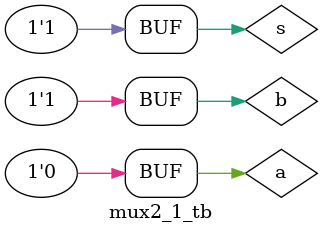
<source format=v>
`timescale 1ns / 1ns
`include "mux2_1.v"

module mux2_1_tb();

    reg a,b,s;
    wire f;

    mux2_1 mux_test (.A(a), .B(b), .S(s), .F(f));

    initial begin
        a = 1; b = 0; s = 0;
        #2;

        a = 1; b = 0; s = 1;
        #2;

        a = 0; b = 1; s = 0;
        #2;

        a = 0; b = 1; s = 1;
        #2;
    end

    initial begin
        $dumpfile("mux2_1.vcd");  // Nombre del archivo de salida VCD
        $dumpvars;  // Volcar todas las variables a VCD
    end

endmodule
</source>
